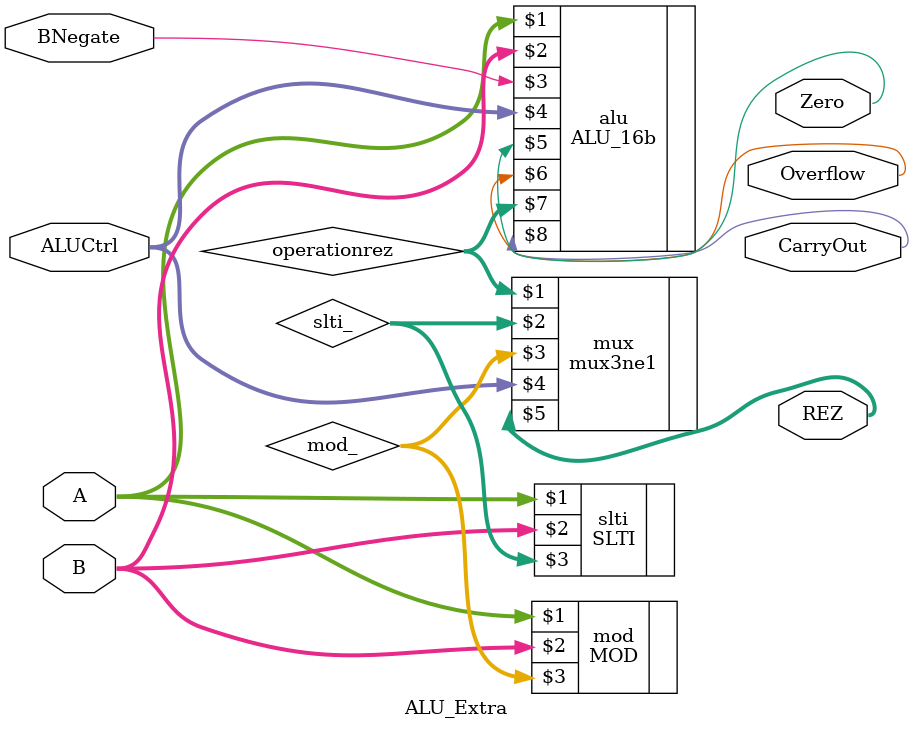
<source format=v>
`timescale 1ns / 1ps


module ALU_Extra(
    input [15:0] A,
    input [15:0] B,
    input BNegate,
    input [2:0] ALUCtrl,
    output Zero,
    output Overflow,
    output [15:0] REZ,
    output CarryOut
    );
    
    wire[15:0] operationrez;
    wire[15:0] slti_;
    wire[15:0] mod_;
    
    ALU_16b alu(A, B, BNegate, ALUCtrl, Zero, Overflow, operationrez, CarryOut);
    
    SLTI slti(A, B, slti_);
    MOD mod(A, B, mod_);
    
    mux3ne1 mux(operationrez, slti_, mod_, ALUCtrl, REZ);
    
endmodule

</source>
